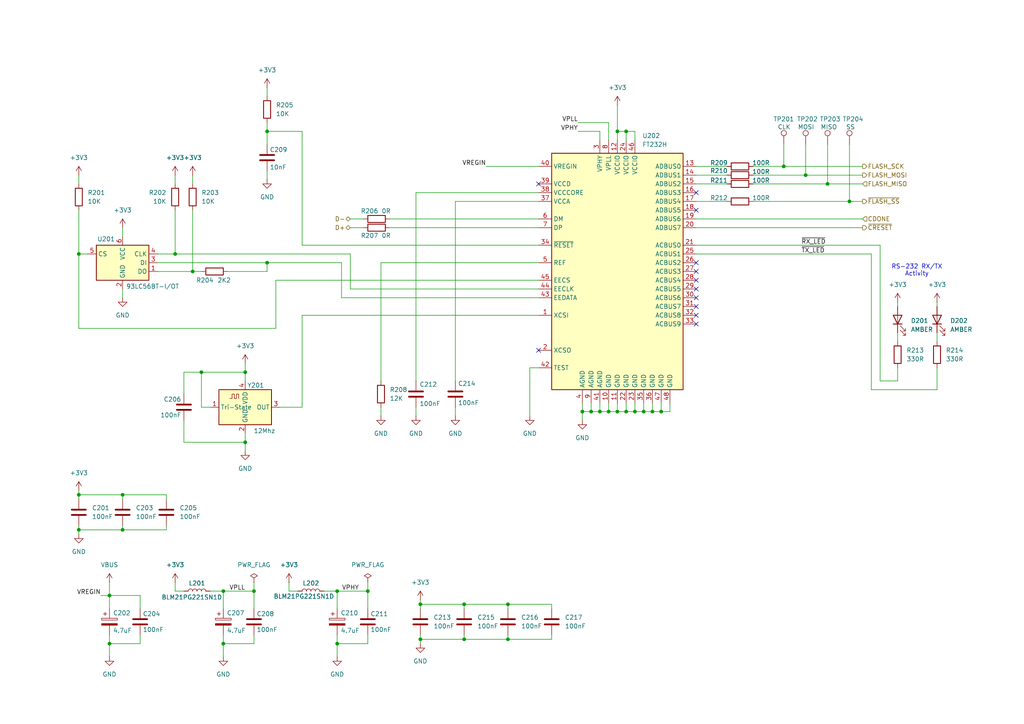
<source format=kicad_sch>
(kicad_sch (version 20250114) (generator "eeschema") (generator_version "9.0")
  (paper "A4")
  (title_block (title "Lattice ICE40HX8K Development board") (company "Stephen Moody"))
  (lib_symbols
    (symbol "Connector:TestPoint" (pin_numbers (hide yes)) (pin_names (offset 0.762) (hide yes))
      (property "Reference" "TP" (at 0 6.858 0))
      (property "Value" "TestPoint" (at 0 5.08 0))
      (symbol "TestPoint_0_1"
        (circle (center 0 3.302) (radius 0.762))
      )
      (symbol "TestPoint_1_1"
        (pin passive line (at 0 0 90) (length 2.54) (name "1") (number "1"))
      )
    )
    (symbol "Device:C" (pin_numbers (hide yes)) (pin_names (offset 0.254))
      (property "Reference" "C" (at 0.635 2.54 0))
      (property "Value" "C" (at 0.635 -2.54 0))
      (symbol "C_0_1"
        (polyline (pts (xy -2.032 0.762) (xy 2.032 0.762)) (stroke (width 0.508)))
        (polyline (pts (xy -2.032 -0.762) (xy 2.032 -0.762)) (stroke (width 0.508)))
      )
      (symbol "C_1_1"
        (pin passive line (at 0 3.81 270) (length 2.794) (name "~") (number "1"))
        (pin passive line (at 0 -3.81 90) (length 2.794) (name "~") (number "2"))
      )
    )
    (symbol "Device:C_Polarized" (pin_numbers (hide yes)) (pin_names (offset 0.254))
      (property "Reference" "C" (at 0.635 2.54 0))
      (property "Value" "C_Polarized" (at 0.635 -2.54 0))
      (symbol "C_Polarized_0_1"
        (rectangle (start -2.286 0.508) (end 2.286 1.016))
        (polyline (pts (xy -1.778 2.286) (xy -0.762 2.286)))
        (polyline (pts (xy -1.27 2.794) (xy -1.27 1.778)))
        (rectangle (start 2.286 -0.508) (end -2.286 -1.016) (fill (type outline)))
      )
      (symbol "C_Polarized_1_1"
        (pin passive line (at 0 3.81 270) (length 2.794) (name "~") (number "1"))
        (pin passive line (at 0 -3.81 90) (length 2.794) (name "~") (number "2"))
      )
    )
    (symbol "Device:L" (pin_numbers (hide yes)) (pin_names (offset 1.016) (hide yes))
      (property "Reference" "L" (at -1.27 0 90))
      (property "Value" "L" (at 1.905 0 90))
      (symbol "L_0_1"
        (arc (start 0 2.54) (mid 0.6323 1.905) (end 0 1.27))
        (arc (start 0 1.27) (mid 0.6323 0.635) (end 0 0))
        (arc (start 0 0) (mid 0.6323 -0.635) (end 0 -1.27))
        (arc (start 0 -1.27) (mid 0.6323 -1.905) (end 0 -2.54))
      )
      (symbol "L_1_1"
        (pin passive line (at 0 3.81 270) (length 1.27) (name "1") (number "1"))
        (pin passive line (at 0 -3.81 90) (length 1.27) (name "2") (number "2"))
      )
    )
    (symbol "Device:LED" (pin_numbers (hide yes)) (pin_names (offset 1.016) (hide yes))
      (property "Reference" "D" (at 0 2.54 0))
      (property "Value" "LED" (at 0 -2.54 0))
      (symbol "LED_0_1"
        (polyline (pts (xy -3.048 -0.762) (xy -4.572 -2.286) (xy -3.81 -2.286) (xy -4.572 -2.286) (xy -4.572 -1.524)))
        (polyline (pts (xy -1.778 -0.762) (xy -3.302 -2.286) (xy -2.54 -2.286) (xy -3.302 -2.286) (xy -3.302 -1.524)))
        (polyline (pts (xy -1.27 0) (xy 1.27 0)))
        (polyline (pts (xy -1.27 -1.27) (xy -1.27 1.27)) (stroke (width 0.254)))
        (polyline (pts (xy 1.27 -1.27) (xy 1.27 1.27) (xy -1.27 0) (xy 1.27 -1.27)) (stroke (width 0.254)))
      )
      (symbol "LED_1_1"
        (pin passive line (at -3.81 0 0) (length 2.54) (name "K") (number "1"))
        (pin passive line (at 3.81 0 180) (length 2.54) (name "A") (number "2"))
      )
    )
    (symbol "Device:R" (pin_numbers (hide yes)) (pin_names (offset 0))
      (property "Reference" "R" (at 2.032 0 90))
      (property "Value" "R" (at 0 0 90))
      (symbol "R_0_1"
        (rectangle (start -1.016 -2.54) (end 1.016 2.54) (stroke (width 0.254)))
      )
      (symbol "R_1_1"
        (pin passive line (at 0 3.81 270) (length 1.27) (name "~") (number "1"))
        (pin passive line (at 0 -3.81 90) (length 1.27) (name "~") (number "2"))
      )
    )
    (symbol "Interface_USB:FT232H"
      (property "Reference" "U" (at -19.05 35.56 0))
      (property "Value" "FT232H" (at 12.7 35.56 0))
      (symbol "FT232H_0_1"
        (rectangle (start -19.05 34.29) (end 19.05 -34.29) (stroke (width 0.254)) (fill (type background)))
      )
      (symbol "FT232H_1_1"
        (pin power_in line (at -22.86 30.48 0) (length 3.81) (name "VREGIN") (number "40"))
        (pin power_in line (at -22.86 25.4 0) (length 3.81) (name "VCCD") (number "39"))
        (pin power_out line (at -22.86 22.86 0) (length 3.81) (name "VCCCORE") (number "38"))
        (pin power_out line (at -22.86 20.32 0) (length 3.81) (name "VCCA") (number "37"))
        (pin bidirectional line (at -22.86 15.24 0) (length 3.81) (name "DM") (number "6"))
        (pin bidirectional line (at -22.86 12.7 0) (length 3.81) (name "DP") (number "7"))
        (pin input line (at -22.86 7.62 0) (length 3.81) (name "~{RESET}") (number "34"))
        (pin input line (at -22.86 2.54 0) (length 3.81) (name "REF") (number "5"))
        (pin input line (at -22.86 -2.54 0) (length 3.81) (name "EECS") (number "45"))
        (pin input line (at -22.86 -5.08 0) (length 3.81) (name "EECLK") (number "44"))
        (pin bidirectional line (at -22.86 -7.62 0) (length 3.81) (name "EEDATA") (number "43"))
        (pin input line (at -22.86 -12.7 0) (length 3.81) (name "XCSI") (number "1"))
        (pin output line (at -22.86 -22.86 0) (length 3.81) (name "XCSO") (number "2"))
        (pin input line (at -22.86 -27.94 0) (length 3.81) (name "TEST") (number "42"))
        (pin power_in line (at -10.16 -38.1 90) (length 3.81) (name "AGND") (number "4"))
        (pin power_in line (at -7.62 -38.1 90) (length 3.81) (name "AGND") (number "9"))
        (pin power_in line (at -5.08 38.1 270) (length 3.81) (name "VPHY") (number "3"))
        (pin power_in line (at -5.08 -38.1 90) (length 3.81) (name "AGND") (number "41"))
        (pin power_in line (at -2.54 38.1 270) (length 3.81) (name "VPLL") (number "8"))
        (pin power_in line (at -2.54 -38.1 90) (length 3.81) (name "GND") (number "10"))
        (pin power_in line (at 0 38.1 270) (length 3.81) (name "VCCIO") (number "12"))
        (pin power_in line (at 0 -38.1 90) (length 3.81) (name "GND") (number "11"))
        (pin power_in line (at 2.54 38.1 270) (length 3.81) (name "VCCIO") (number "24"))
        (pin power_in line (at 2.54 -38.1 90) (length 3.81) (name "GND") (number "22"))
        (pin power_in line (at 5.08 38.1 270) (length 3.81) (name "VCCIO") (number "46"))
        (pin power_in line (at 5.08 -38.1 90) (length 3.81) (name "GND") (number "23"))
        (pin power_in line (at 7.62 -38.1 90) (length 3.81) (name "GND") (number "35"))
        (pin power_in line (at 10.16 -38.1 90) (length 3.81) (name "GND") (number "36"))
        (pin power_in line (at 12.7 -38.1 90) (length 3.81) (name "GND") (number "47"))
        (pin power_in line (at 15.24 -38.1 90) (length 3.81) (name "GND") (number "48"))
        (pin bidirectional line (at 22.86 30.48 180) (length 3.81) (name "ADBUS0") (number "13"))
        (pin bidirectional line (at 22.86 27.94 180) (length 3.81) (name "ADBUS1") (number "14"))
        (pin bidirectional line (at 22.86 25.4 180) (length 3.81) (name "ADBUS2") (number "15"))
        (pin bidirectional line (at 22.86 22.86 180) (length 3.81) (name "ADBUS3") (number "16"))
        (pin bidirectional line (at 22.86 20.32 180) (length 3.81) (name "ADBUS4") (number "17"))
        (pin bidirectional line (at 22.86 17.78 180) (length 3.81) (name "ADBUS5") (number "18"))
        (pin bidirectional line (at 22.86 15.24 180) (length 3.81) (name "ADBUS6") (number "19"))
        (pin bidirectional line (at 22.86 12.7 180) (length 3.81) (name "ADBUS7") (number "20"))
        (pin bidirectional line (at 22.86 7.62 180) (length 3.81) (name "ACBUS0") (number "21"))
        (pin bidirectional line (at 22.86 5.08 180) (length 3.81) (name "ACBUS1") (number "25"))
        (pin bidirectional line (at 22.86 2.54 180) (length 3.81) (name "ACBUS2") (number "26"))
        (pin bidirectional line (at 22.86 0 180) (length 3.81) (name "ACBUS3") (number "27"))
        (pin bidirectional line (at 22.86 -2.54 180) (length 3.81) (name "ACBUS4") (number "28"))
        (pin bidirectional line (at 22.86 -5.08 180) (length 3.81) (name "ACBUS5") (number "29"))
        (pin bidirectional line (at 22.86 -7.62 180) (length 3.81) (name "ACBUS6") (number "30"))
        (pin bidirectional line (at 22.86 -10.16 180) (length 3.81) (name "ACBUS7") (number "31"))
        (pin bidirectional line (at 22.86 -12.7 180) (length 3.81) (name "ACBUS8") (number "32"))
        (pin bidirectional line (at 22.86 -15.24 180) (length 3.81) (name "ACBUS9") (number "33"))
      )
    )
    (symbol "Memory_EEPROM:93LCxxBxxOT"
      (property "Reference" "U" (at -6.35 6.35 0))
      (property "Value" "93LCxxBxxOT" (at 7.62 -6.35 0))
      (symbol "93LCxxBxxOT_0_1"
        (rectangle (start -7.62 5.08) (end 7.62 -5.08) (stroke (width 0.254)) (fill (type background)))
      )
      (symbol "93LCxxBxxOT_1_1"
        (pin input line (at -10.16 2.54 0) (length 2.54) (name "CS") (number "5"))
        (pin power_in line (at 0 7.62 270) (length 2.54) (name "VCC") (number "6"))
        (pin power_in line (at 0 -7.62 90) (length 2.54) (name "GND") (number "2"))
        (pin input line (at 10.16 2.54 180) (length 2.54) (name "CLK") (number "4"))
        (pin input line (at 10.16 0 180) (length 2.54) (name "DI") (number "3"))
        (pin tri_state line (at 10.16 -2.54 180) (length 2.54) (name "DO") (number "1"))
      )
    )
    (symbol "Oscillator:ECS-2520MV-xxx-xx"
      (property "Reference" "Y" (at -5.08 6.35 0))
      (property "Value" "ECS-2520MV-xxx-xx" (at 1.27 -6.35 0))
      (symbol "ECS-2520MV-xxx-xx_0_1"
        (rectangle (start -7.62 5.08) (end 7.62 -5.08) (stroke (width 0.254)) (fill (type background)))
        (polyline (pts (xy -4.445 2.54) (xy -3.81 2.54) (xy -3.81 3.81) (xy -3.175 3.81) (xy -3.175 2.54) (xy -2.54 2.54) (xy -2.54 3.81) (xy -1.905 3.81) (xy -1.905 2.54)))
      )
      (symbol "ECS-2520MV-xxx-xx_1_1"
        (pin input line (at -10.16 0 0) (length 2.54) (name "Tri-State") (number "1"))
        (pin power_in line (at 0 7.62 270) (length 2.54) (name "VDD") (number "4"))
        (pin power_in line (at 0 -7.62 90) (length 2.54) (name "GND") (number "2"))
        (pin output line (at 10.16 0 180) (length 2.54) (name "OUT") (number "3"))
      )
    )
    (symbol "power:+3V3" (power) (pin_numbers (hide yes)) (pin_names (offset 0) (hide yes))
      (property "Value" "+3V3" (at 0 3.556 0))
      (symbol "+3V3_0_1"
        (polyline (pts (xy -0.762 1.27) (xy 0 2.54)))
        (polyline (pts (xy 0 2.54) (xy 0.762 1.27)))
        (polyline (pts (xy 0 0) (xy 0 2.54)))
      )
      (symbol "+3V3_1_1"
        (pin power_in line (at 0 0 90) (length 0) (name "~") (number "1"))
      )
    )
    (symbol "power:GND" (power) (pin_numbers (hide yes)) (pin_names (offset 0) (hide yes))
      (property "Value" "GND" (at 0 -3.81 0))
      (symbol "GND_0_1"
        (polyline (pts (xy 0 0) (xy 0 -1.27) (xy 1.27 -1.27) (xy 0 -2.54) (xy -1.27 -1.27) (xy 0 -1.27)))
      )
      (symbol "GND_1_1"
        (pin power_in line (at 0 0 270) (length 0) (name "~") (number "1"))
      )
    )
    (symbol "power:PWR_FLAG" (power) (pin_numbers (hide yes)) (pin_names (offset 0) (hide yes))
      (property "Value" "PWR_FLAG" (at 0 3.81 0))
      (symbol "PWR_FLAG_0_0"
        (pin power_out line (at 0 0 90) (length 0) (name "~") (number "1"))
      )
      (symbol "PWR_FLAG_0_1"
        (polyline (pts (xy 0 0) (xy 0 1.27) (xy -1.016 1.905) (xy 0 2.54) (xy 1.016 1.905) (xy 0 1.27)))
      )
    )
    (symbol "power:VBUS" (power) (pin_numbers (hide yes)) (pin_names (offset 0) (hide yes))
      (property "Value" "VBUS" (at 0 3.556 0))
      (symbol "VBUS_0_1"
        (polyline (pts (xy -0.762 1.27) (xy 0 2.54)))
        (polyline (pts (xy 0 2.54) (xy 0.762 1.27)))
        (polyline (pts (xy 0 0) (xy 0 2.54)))
      )
      (symbol "VBUS_1_1"
        (pin power_in line (at 0 0 90) (length 0) (name "~") (number "1"))
      )
    )
  )
  (text "RS-232 RX/TX\nActivity\n" (at 265.938 78.486 0) (effects (font (size 1.27 1.27))))
  (junction (at 240.03 53.34))
  (junction (at 58.42 107.95))
  (junction (at 71.12 128.27))
  (junction (at 55.88 78.74))
  (junction (at 184.15 119.38))
  (junction (at 246.38 58.42))
  (junction (at 22.86 143.51))
  (junction (at 97.79 186.69))
  (junction (at 181.61 38.1))
  (junction (at 147.32 185.42))
  (junction (at 134.62 175.26))
  (junction (at 147.32 175.26))
  (junction (at 106.68 171.45))
  (junction (at 121.92 175.26))
  (junction (at 171.45 119.38))
  (junction (at 134.62 185.42))
  (junction (at 77.47 76.2))
  (junction (at 22.86 153.67))
  (junction (at 97.79 171.45))
  (junction (at 77.47 38.1))
  (junction (at 176.53 119.38))
  (junction (at 35.56 143.51))
  (junction (at 31.75 172.72))
  (junction (at 168.91 119.38))
  (junction (at 64.77 171.45))
  (junction (at 50.8 73.66))
  (junction (at 173.99 119.38))
  (junction (at 233.68 50.8))
  (junction (at 189.23 119.38))
  (junction (at 191.77 119.38))
  (junction (at 186.69 119.38))
  (junction (at 31.75 186.69))
  (junction (at 181.61 119.38))
  (junction (at 121.92 185.42))
  (junction (at 71.12 107.95))
  (junction (at 35.56 153.67))
  (junction (at 22.86 73.66))
  (junction (at 227.33 48.26))
  (junction (at 179.07 38.1))
  (junction (at 179.07 119.38))
  (junction (at 64.77 186.69))
  (junction (at 73.66 171.45))
  (no_connect (at 201.93 86.36))
  (no_connect (at 201.93 81.28))
  (no_connect (at 201.93 78.74))
  (no_connect (at 201.93 76.2))
  (no_connect (at 156.21 53.34))
  (no_connect (at 201.93 88.9))
  (no_connect (at 201.93 93.98))
  (no_connect (at 201.93 60.96))
  (no_connect (at 201.93 83.82))
  (no_connect (at 201.93 91.44))
  (no_connect (at 201.93 55.88))
  (no_connect (at 156.21 101.6))
  (wire (pts (xy 179.07 119.38) (xy 181.61 119.38)))
  (wire (pts (xy 45.72 73.66) (xy 50.8 73.66)))
  (wire (pts (xy 50.8 73.66) (xy 101.6 73.66)))
  (wire (pts (xy 83.82 168.91) (xy 83.82 171.45)))
  (wire (pts (xy 35.56 153.67) (xy 48.26 153.67)))
  (wire (pts (xy 260.35 96.52) (xy 260.35 99.06)))
  (wire (pts (xy 156.21 106.68) (xy 153.67 106.68)))
  (wire (pts (xy 53.34 128.27) (xy 71.12 128.27)))
  (wire (pts (xy 134.62 175.26) (xy 121.92 175.26)))
  (wire (pts (xy 191.77 119.38) (xy 191.77 116.84)))
  (wire (pts (xy 53.34 121.92) (xy 53.34 128.27)))
  (wire (pts (xy 97.79 171.45) (xy 97.79 176.53)))
  (wire (pts (xy 156.21 58.42) (xy 132.08 58.42)))
  (wire (pts (xy 80.01 81.28) (xy 80.01 95.25)))
  (wire (pts (xy 189.23 119.38) (xy 191.77 119.38)))
  (wire (pts (xy 186.69 119.38) (xy 189.23 119.38)))
  (wire (pts (xy 181.61 38.1) (xy 181.61 40.64)))
  (wire (pts (xy 201.93 50.8) (xy 210.82 50.8)))
  (wire (pts (xy 77.47 38.1) (xy 77.47 41.91)))
  (wire (pts (xy 255.27 71.12) (xy 255.27 110.49)))
  (wire (pts (xy 101.6 63.5) (xy 105.41 63.5)))
  (wire (pts (xy 22.86 153.67) (xy 35.56 153.67)))
  (wire (pts (xy 40.64 186.69) (xy 31.75 186.69)))
  (wire (pts (xy 64.77 171.45) (xy 73.66 171.45)))
  (wire (pts (xy 81.28 118.11) (xy 87.63 118.11)))
  (wire (pts (xy 29.21 172.72) (xy 31.75 172.72)))
  (wire (pts (xy 160.02 184.15) (xy 160.02 185.42)))
  (wire (pts (xy 80.01 81.28) (xy 156.21 81.28)))
  (wire (pts (xy 201.93 48.26) (xy 210.82 48.26)))
  (wire (pts (xy 77.47 35.56) (xy 77.47 38.1)))
  (wire (pts (xy 58.42 118.11) (xy 58.42 107.95)))
  (wire (pts (xy 77.47 76.2) (xy 77.47 78.74)))
  (wire (pts (xy 134.62 185.42) (xy 147.32 185.42)))
  (wire (pts (xy 218.44 53.34) (xy 240.03 53.34)))
  (wire (pts (xy 184.15 38.1) (xy 184.15 40.64)))
  (wire (pts (xy 121.92 185.42) (xy 121.92 186.69)))
  (wire (pts (xy 80.01 95.25) (xy 22.86 95.25)))
  (wire (pts (xy 181.61 38.1) (xy 179.07 38.1)))
  (wire (pts (xy 147.32 185.42) (xy 160.02 185.42)))
  (wire (pts (xy 147.32 184.15) (xy 147.32 185.42)))
  (wire (pts (xy 179.07 38.1) (xy 179.07 40.64)))
  (wire (pts (xy 201.93 63.5) (xy 250.19 63.5)))
  (wire (pts (xy 48.26 152.4) (xy 48.26 153.67)))
  (wire (pts (xy 167.64 35.56) (xy 176.53 35.56)))
  (wire (pts (xy 71.12 107.95) (xy 71.12 110.49)))
  (wire (pts (xy 40.64 176.53) (xy 40.64 172.72)))
  (wire (pts (xy 87.63 91.44) (xy 156.21 91.44)))
  (wire (pts (xy 255.27 110.49) (xy 260.35 110.49)))
  (wire (pts (xy 64.77 184.15) (xy 64.77 186.69)))
  (wire (pts (xy 218.44 50.8) (xy 233.68 50.8)))
  (wire (pts (xy 167.64 38.1) (xy 173.99 38.1)))
  (wire (pts (xy 22.86 142.24) (xy 22.86 143.51)))
  (wire (pts (xy 45.72 78.74) (xy 55.88 78.74)))
  (wire (pts (xy 227.33 41.91) (xy 227.33 48.26)))
  (wire (pts (xy 176.53 119.38) (xy 179.07 119.38)))
  (wire (pts (xy 252.73 73.66) (xy 252.73 113.03)))
  (wire (pts (xy 60.96 118.11) (xy 58.42 118.11)))
  (wire (pts (xy 184.15 116.84) (xy 184.15 119.38)))
  (wire (pts (xy 176.53 35.56) (xy 176.53 40.64)))
  (wire (pts (xy 35.56 143.51) (xy 22.86 143.51)))
  (wire (pts (xy 156.21 55.88) (xy 120.65 55.88)))
  (wire (pts (xy 179.07 119.38) (xy 179.07 116.84)))
  (wire (pts (xy 53.34 114.3) (xy 53.34 107.95)))
  (wire (pts (xy 77.47 76.2) (xy 99.06 76.2)))
  (wire (pts (xy 40.64 184.15) (xy 40.64 186.69)))
  (wire (pts (xy 271.78 106.68) (xy 271.78 113.03)))
  (wire (pts (xy 121.92 173.99) (xy 121.92 175.26)))
  (wire (pts (xy 201.93 71.12) (xy 255.27 71.12)))
  (wire (pts (xy 50.8 50.8) (xy 50.8 53.34)))
  (wire (pts (xy 113.03 66.04) (xy 156.21 66.04)))
  (wire (pts (xy 120.65 118.11) (xy 120.65 120.65)))
  (wire (pts (xy 22.86 73.66) (xy 22.86 60.96)))
  (wire (pts (xy 35.56 152.4) (xy 35.56 153.67)))
  (wire (pts (xy 55.88 78.74) (xy 58.42 78.74)))
  (wire (pts (xy 73.66 171.45) (xy 73.66 176.53)))
  (wire (pts (xy 22.86 152.4) (xy 22.86 153.67)))
  (wire (pts (xy 77.47 49.53) (xy 77.47 52.07)))
  (wire (pts (xy 31.75 184.15) (xy 31.75 186.69)))
  (wire (pts (xy 181.61 116.84) (xy 181.61 119.38)))
  (wire (pts (xy 55.88 50.8) (xy 55.88 53.34)))
  (wire (pts (xy 113.03 63.5) (xy 156.21 63.5)))
  (wire (pts (xy 134.62 175.26) (xy 134.62 176.53)))
  (wire (pts (xy 186.69 116.84) (xy 186.69 119.38)))
  (wire (pts (xy 50.8 168.91) (xy 50.8 171.45)))
  (wire (pts (xy 121.92 184.15) (xy 121.92 185.42)))
  (wire (pts (xy 93.98 171.45) (xy 97.79 171.45)))
  (wire (pts (xy 31.75 172.72) (xy 40.64 172.72)))
  (wire (pts (xy 271.78 87.63) (xy 271.78 88.9)))
  (wire (pts (xy 246.38 41.91) (xy 246.38 58.42)))
  (wire (pts (xy 64.77 186.69) (xy 64.77 190.5)))
  (wire (pts (xy 22.86 95.25) (xy 22.86 73.66)))
  (wire (pts (xy 184.15 38.1) (xy 181.61 38.1)))
  (wire (pts (xy 110.49 76.2) (xy 110.49 110.49)))
  (wire (pts (xy 73.66 184.15) (xy 73.66 186.69)))
  (wire (pts (xy 233.68 50.8) (xy 250.19 50.8)))
  (wire (pts (xy 168.91 119.38) (xy 168.91 121.92)))
  (wire (pts (xy 45.72 76.2) (xy 77.47 76.2)))
  (wire (pts (xy 101.6 83.82) (xy 101.6 73.66)))
  (wire (pts (xy 147.32 176.53) (xy 147.32 175.26)))
  (wire (pts (xy 99.06 86.36) (xy 156.21 86.36)))
  (wire (pts (xy 201.93 53.34) (xy 210.82 53.34)))
  (wire (pts (xy 184.15 119.38) (xy 186.69 119.38)))
  (wire (pts (xy 99.06 86.36) (xy 99.06 76.2)))
  (wire (pts (xy 194.31 116.84) (xy 194.31 119.38)))
  (wire (pts (xy 201.93 58.42) (xy 210.82 58.42)))
  (wire (pts (xy 171.45 119.38) (xy 173.99 119.38)))
  (wire (pts (xy 121.92 176.53) (xy 121.92 175.26)))
  (wire (pts (xy 168.91 119.38) (xy 171.45 119.38)))
  (wire (pts (xy 181.61 119.38) (xy 184.15 119.38)))
  (wire (pts (xy 132.08 58.42) (xy 132.08 110.49)))
  (wire (pts (xy 218.44 48.26) (xy 227.33 48.26)))
  (wire (pts (xy 101.6 83.82) (xy 156.21 83.82)))
  (wire (pts (xy 160.02 176.53) (xy 160.02 175.26)))
  (wire (pts (xy 77.47 78.74) (xy 66.04 78.74)))
  (wire (pts (xy 22.86 153.67) (xy 22.86 154.94)))
  (wire (pts (xy 252.73 113.03) (xy 271.78 113.03)))
  (wire (pts (xy 71.12 125.73) (xy 71.12 128.27)))
  (wire (pts (xy 64.77 171.45) (xy 64.77 176.53)))
  (wire (pts (xy 173.99 119.38) (xy 173.99 116.84)))
  (wire (pts (xy 87.63 38.1) (xy 77.47 38.1)))
  (wire (pts (xy 121.92 185.42) (xy 134.62 185.42)))
  (wire (pts (xy 110.49 118.11) (xy 110.49 120.65)))
  (wire (pts (xy 48.26 144.78) (xy 48.26 143.51)))
  (wire (pts (xy 53.34 107.95) (xy 58.42 107.95)))
  (wire (pts (xy 97.79 171.45) (xy 106.68 171.45)))
  (wire (pts (xy 77.47 25.4) (xy 77.47 27.94)))
  (wire (pts (xy 101.6 66.04) (xy 105.41 66.04)))
  (wire (pts (xy 48.26 143.51) (xy 35.56 143.51)))
  (wire (pts (xy 260.35 106.68) (xy 260.35 110.49)))
  (wire (pts (xy 179.07 30.48) (xy 179.07 38.1)))
  (wire (pts (xy 201.93 66.04) (xy 250.19 66.04)))
  (wire (pts (xy 171.45 116.84) (xy 171.45 119.38)))
  (wire (pts (xy 168.91 119.38) (xy 168.91 116.84)))
  (wire (pts (xy 58.42 107.95) (xy 71.12 107.95)))
  (wire (pts (xy 83.82 171.45) (xy 86.36 171.45)))
  (wire (pts (xy 31.75 172.72) (xy 31.75 176.53)))
  (wire (pts (xy 97.79 186.69) (xy 97.79 190.5)))
  (wire (pts (xy 31.75 172.72) (xy 31.75 168.91)))
  (wire (pts (xy 240.03 41.91) (xy 240.03 53.34)))
  (wire (pts (xy 60.96 171.45) (xy 64.77 171.45)))
  (wire (pts (xy 271.78 96.52) (xy 271.78 99.06)))
  (wire (pts (xy 173.99 119.38) (xy 176.53 119.38)))
  (wire (pts (xy 35.56 143.51) (xy 35.56 144.78)))
  (wire (pts (xy 22.86 144.78) (xy 22.86 143.51)))
  (wire (pts (xy 153.67 106.68) (xy 153.67 120.65)))
  (wire (pts (xy 22.86 50.8) (xy 22.86 53.34)))
  (wire (pts (xy 87.63 91.44) (xy 87.63 118.11)))
  (wire (pts (xy 55.88 78.74) (xy 55.88 60.96)))
  (wire (pts (xy 35.56 83.82) (xy 35.56 86.36)))
  (wire (pts (xy 147.32 175.26) (xy 134.62 175.26)))
  (wire (pts (xy 87.63 38.1) (xy 87.63 71.12)))
  (wire (pts (xy 218.44 58.42) (xy 246.38 58.42)))
  (wire (pts (xy 110.49 76.2) (xy 156.21 76.2)))
  (wire (pts (xy 73.66 168.91) (xy 73.66 171.45)))
  (wire (pts (xy 106.68 171.45) (xy 106.68 176.53)))
  (wire (pts (xy 50.8 73.66) (xy 50.8 60.96)))
  (wire (pts (xy 106.68 184.15) (xy 106.68 186.69)))
  (wire (pts (xy 140.97 48.26) (xy 156.21 48.26)))
  (wire (pts (xy 189.23 116.84) (xy 189.23 119.38)))
  (wire (pts (xy 134.62 184.15) (xy 134.62 185.42)))
  (wire (pts (xy 73.66 186.69) (xy 64.77 186.69)))
  (wire (pts (xy 35.56 66.04) (xy 35.56 68.58)))
  (wire (pts (xy 120.65 55.88) (xy 120.65 110.49)))
  (wire (pts (xy 71.12 105.41) (xy 71.12 107.95)))
  (wire (pts (xy 233.68 41.91) (xy 233.68 50.8)))
  (wire (pts (xy 97.79 184.15) (xy 97.79 186.69)))
  (wire (pts (xy 176.53 119.38) (xy 176.53 116.84)))
  (wire (pts (xy 260.35 87.63) (xy 260.35 88.9)))
  (wire (pts (xy 201.93 73.66) (xy 252.73 73.66)))
  (wire (pts (xy 173.99 38.1) (xy 173.99 40.64)))
  (wire (pts (xy 106.68 168.91) (xy 106.68 171.45)))
  (wire (pts (xy 106.68 186.69) (xy 97.79 186.69)))
  (wire (pts (xy 50.8 171.45) (xy 53.34 171.45)))
  (wire (pts (xy 87.63 71.12) (xy 156.21 71.12)))
  (wire (pts (xy 160.02 175.26) (xy 147.32 175.26)))
  (wire (pts (xy 227.33 48.26) (xy 250.19 48.26)))
  (wire (pts (xy 31.75 186.69) (xy 31.75 190.5)))
  (wire (pts (xy 246.38 58.42) (xy 250.19 58.42)))
  (wire (pts (xy 240.03 53.34) (xy 250.19 53.34)))
  (wire (pts (xy 25.4 73.66) (xy 22.86 73.66)))
  (wire (pts (xy 132.08 118.11) (xy 132.08 120.65)))
  (wire (pts (xy 71.12 128.27) (xy 71.12 130.81)))
  (wire (pts (xy 194.31 119.38) (xy 191.77 119.38)))
  (label "VPHY" (at 104.14 171.45 180))
  (label "VPHY" (at 167.64 38.1 180))
  (label "~{TX_LED}" (at 232.41 73.66 0))
  (label "VPLL" (at 167.64 35.56 180))
  (label "~{RX_LED}" (at 232.41 71.12 0))
  (label "VPLL" (at 71.12 171.45 180))
  (label "VREGIN" (at 140.97 48.26 180))
  (label "VREGIN" (at 29.21 172.72 180))
  (hierarchical_label "FLASH_MISO" (shape input) (at 250.19 53.34 0))
  (hierarchical_label "FLASH_SCK" (shape output) (at 250.19 48.26 0))
  (hierarchical_label "FLASH_MOSI" (shape output) (at 250.19 50.8 0))
  (hierarchical_label "~{FLASH_SS}" (shape output) (at 250.19 58.42 0))
  (hierarchical_label "CDONE" (shape input) (at 250.19 63.5 0))
  (hierarchical_label "D-" (shape bidirectional) (at 101.6 63.5 180))
  (hierarchical_label "~{CRESET}" (shape output) (at 250.19 66.04 0))
  (hierarchical_label "D+" (shape bidirectional) (at 101.6 66.04 180))
  (symbol (lib_id "Device:C") (at 132.08 114.3 0) (unit 1)
    (property "Reference" "C214" (at 132.842 111.252 0) (effects (justify left)))
    (property "Value" "100nF" (at 132.842 116.84 0) (effects (justify left)))
    (property "Footprint" "Capacitor_SMD:C_0805_2012Metric" (effects (hide yes)))
    (property "Description" "Unpolarized capacitor" (effects (hide yes)))
  )
  (symbol (lib_id "power:GND") (at 35.56 86.36 0) (unit 1)
    (property "Reference" "#PWR0207" (effects (hide yes)))
    (property "Value" "GND" (at 35.56 91.44 0))
    (property "Description" "Power symbol creates a global label with name \"GND\" , ground" (effects (hide yes)))
  )
  (symbol (lib_id "power:GND") (at 168.91 121.92 0) (unit 1)
    (property "Reference" "#PWR0224" (effects (hide yes)))
    (property "Value" "GND" (at 168.91 127 0))
    (property "Description" "Power symbol creates a global label with name \"GND\" , ground" (effects (hide yes)))
  )
  (symbol (lib_id "Device:R") (at 55.88 57.15 0) (unit 1)
    (property "Reference" "R203" (at 58.42 55.8799 0) (effects (justify left)))
    (property "Value" "10K" (at 58.42 58.4199 0) (effects (justify left)))
    (property "Footprint" "Resistor_SMD:R_0805_2012Metric" (effects (hide yes)))
    (property "Description" "Resistor" (effects (hide yes)))
  )
  (symbol (lib_id "Device:C") (at 35.56 148.59 0) (unit 1)
    (property "Reference" "C203" (at 39.37 147.3199 0) (effects (justify left)))
    (property "Value" "100nF" (at 39.37 149.8599 0) (effects (justify left)))
    (property "Footprint" "Capacitor_SMD:C_0805_2012Metric" (effects (hide yes)))
    (property "Description" "Unpolarized capacitor" (effects (hide yes)))
  )
  (symbol (lib_id "power:GND") (at 77.47 52.07 0) (unit 1)
    (property "Reference" "#PWR0215" (effects (hide yes)))
    (property "Value" "GND" (at 77.47 57.15 0))
    (property "Description" "Power symbol creates a global label with name \"GND\" , ground" (effects (hide yes)))
  )
  (symbol (lib_id "power:GND") (at 132.08 120.65 0) (unit 1)
    (property "Reference" "#PWR0222" (effects (hide yes)))
    (property "Value" "GND" (at 132.08 125.73 0))
    (property "Description" "Power symbol creates a global label with name \"GND\" , ground" (effects (hide yes)))
  )
  (symbol (lib_id "Connector:TestPoint") (at 240.03 41.91 0) (unit 1)
    (property "Reference" "TP203" (at 237.744 34.544 0) (effects (justify left)))
    (property "Value" "MISO" (at 237.998 36.83 0) (effects (justify left)))
    (property "Footprint" "TestPoint:TestPoint_Pad_D1.0mm" (effects (hide yes)))
    (property "Description" "test point" (effects (hide yes)))
  )
  (symbol (lib_id "Device:C") (at 53.34 118.11 0) (mirror y) (unit 1)
    (property "Reference" "C206" (at 52.578 115.824 0) (effects (justify left)))
    (property "Value" "100nF" (at 52.578 120.396 0) (effects (justify left)))
    (property "Footprint" "Capacitor_SMD:C_0805_2012Metric" (effects (hide yes)))
    (property "Description" "Unpolarized capacitor" (effects (hide yes)))
  )
  (symbol (lib_id "Device:C") (at 160.02 180.34 0) (unit 1)
    (property "Reference" "C217" (at 163.83 179.0699 0) (effects (justify left)))
    (property "Value" "100nF" (at 163.83 181.6099 0) (effects (justify left)))
    (property "Footprint" "Capacitor_SMD:C_0805_2012Metric" (effects (hide yes)))
    (property "Description" "Unpolarized capacitor" (effects (hide yes)))
  )
  (symbol (lib_id "Device:C") (at 77.47 45.72 0) (unit 1)
    (property "Reference" "C209" (at 78.232 43.434 0) (effects (justify left)))
    (property "Value" "10nF" (at 78.232 48.514 0) (effects (justify left)))
    (property "Footprint" "Capacitor_SMD:C_0805_2012Metric" (effects (hide yes)))
    (property "Description" "Unpolarized capacitor" (effects (hide yes)))
  )
  (symbol (lib_id "power:VBUS") (at 31.75 168.91 0) (unit 1)
    (property "Reference" "#PWR0204" (effects (hide yes)))
    (property "Value" "VBUS" (at 31.75 163.83 0))
    (property "Description" "Power symbol creates a global label with name \"VBUS\"" (effects (hide yes)))
  )
  (symbol (lib_id "Device:R") (at 22.86 57.15 0) (unit 1)
    (property "Reference" "R201" (at 25.4 55.8799 0) (effects (justify left)))
    (property "Value" "10K" (at 25.4 58.4199 0) (effects (justify left)))
    (property "Footprint" "Resistor_SMD:R_0805_2012Metric" (effects (hide yes)))
    (property "Description" "Resistor" (effects (hide yes)))
  )
  (symbol (lib_id "Interface_USB:FT232H") (at 179.07 78.74 0) (unit 1)
    (property "Reference" "U202" (at 186.2933 39.37 0) (effects (justify left)))
    (property "Value" "FT232H" (at 186.2933 41.91 0) (effects (justify left)))
    (property "Footprint" "Package_QFP:LQFP-48_7x7mm_P0.5mm" (effects (hide yes)))
    (property "Datasheet" "https://www.ftdichip.com/Support/Documents/DataSheets/ICs/DS_FT232H.pdf" (effects (hide yes)))
    (property "Description" "Hi Speed Single Channel USB UART/FIFO, LQFP/QFN-48" (effects (hide yes)))
  )
  (symbol (lib_id "Device:C") (at 106.68 180.34 0) (unit 1)
    (property "Reference" "C211" (at 107.442 178.054 0) (effects (justify left)))
    (property "Value" "100nF" (at 107.442 182.626 0) (effects (justify left)))
    (property "Footprint" "Capacitor_SMD:C_0805_2012Metric" (effects (hide yes)))
    (property "Description" "Unpolarized capacitor" (effects (hide yes)))
  )
  (symbol (lib_id "Oscillator:ECS-2520MV-xxx-xx") (at 71.12 118.11 0) (unit 1)
    (property "Reference" "Y201" (at 74.168 111.76 0))
    (property "Value" "12Mhz" (at 76.708 124.968 0))
    (property "Footprint" "Oscillator:Oscillator_SMD_ECS_2520MV-xxx-xx-4Pin_2.5x2.0mm" (effects (hide yes)))
    (property "Datasheet" "https://www.ecsxtal.com/store/pdf/ECS-2520MV.pdf" (effects (hide yes)))
    (property "Description" "HCMOS Crystal Clock Oscillator, 2.5x2.0 mm SMD" (effects (hide yes)))
    (property "PN" "ECS-2520MV-120-BL-TR " (effects (hide yes)))
  )
  (symbol (lib_id "Device:C") (at 121.92 180.34 0) (unit 1)
    (property "Reference" "C213" (at 125.73 179.0699 0) (effects (justify left)))
    (property "Value" "100nF" (at 125.73 181.6099 0) (effects (justify left)))
    (property "Footprint" "Capacitor_SMD:C_0805_2012Metric" (effects (hide yes)))
    (property "Description" "Unpolarized capacitor" (effects (hide yes)))
  )
  (symbol (lib_id "power:PWR_FLAG") (at 73.66 168.91 0) (unit 1)
    (property "Reference" "#FLG0201" (effects (hide yes)))
    (property "Value" "PWR_FLAG" (at 73.66 163.83 0))
    (property "Description" "Special symbol for telling ERC where power comes from" (effects (hide yes)))
  )
  (symbol (lib_id "Device:L") (at 90.17 171.45 90) (unit 1)
    (property "Reference" "L202" (at 90.17 169.164 90))
    (property "Value" "BLM21PG221SN1D" (at 88.138 172.974 90))
    (property "Footprint" "Inductor_SMD:L_1206_3216Metric" (effects (hide yes)))
    (property "Description" "Inductor" (effects (hide yes)))
  )
  (symbol (lib_id "power:+3V3") (at 22.86 142.24 0) (unit 1)
    (property "Reference" "#PWR0202" (effects (hide yes)))
    (property "Value" "+3V3" (at 22.86 137.16 0))
    (property "Description" "Power symbol creates a global label with name \"+3V3\"" (effects (hide yes)))
  )
  (symbol (lib_id "Connector:TestPoint") (at 227.33 41.91 0) (unit 1)
    (property "Reference" "TP201" (at 224.282 34.544 0) (effects (justify left)))
    (property "Value" "CLK" (at 225.552 36.83 0) (effects (justify left)))
    (property "Footprint" "TestPoint:TestPoint_Pad_D1.0mm" (effects (hide yes)))
    (property "Description" "test point" (effects (hide yes)))
  )
  (symbol (lib_id "Device:C") (at 73.66 180.34 0) (unit 1)
    (property "Reference" "C208" (at 74.422 178.054 0) (effects (justify left)))
    (property "Value" "100nF" (at 74.422 182.626 0) (effects (justify left)))
    (property "Footprint" "Capacitor_SMD:C_0805_2012Metric" (effects (hide yes)))
    (property "Description" "Unpolarized capacitor" (effects (hide yes)))
  )
  (symbol (lib_id "power:+3V3") (at 179.07 30.48 0) (unit 1)
    (property "Reference" "#PWR0225" (effects (hide yes)))
    (property "Value" "+3V3" (at 179.07 25.4 0))
    (property "Description" "Power symbol creates a global label with name \"+3V3\"" (effects (hide yes)))
  )
  (symbol (lib_id "Device:R") (at 260.35 102.87 0) (unit 1)
    (property "Reference" "R213" (at 262.89 101.5999 0) (effects (justify left)))
    (property "Value" "330R" (at 262.89 104.1399 0) (effects (justify left)))
    (property "Footprint" "Resistor_SMD:R_0805_2012Metric" (effects (hide yes)))
    (property "Description" "Resistor" (effects (hide yes)))
  )
  (symbol (lib_id "Device:C") (at 48.26 148.59 0) (unit 1)
    (property "Reference" "C205" (at 52.07 147.3199 0) (effects (justify left)))
    (property "Value" "100nF" (at 52.07 149.8599 0) (effects (justify left)))
    (property "Footprint" "Capacitor_SMD:C_0805_2012Metric" (effects (hide yes)))
    (property "Description" "Unpolarized capacitor" (effects (hide yes)))
  )
  (symbol (lib_id "power:+3V3") (at 71.12 105.41 0) (unit 1)
    (property "Reference" "#PWR0212" (effects (hide yes)))
    (property "Value" "+3V3" (at 71.12 100.33 0))
    (property "Description" "Power symbol creates a global label with name \"+3V3\"" (effects (hide yes)))
  )
  (symbol (lib_id "Connector:TestPoint") (at 246.38 41.91 0) (unit 1)
    (property "Reference" "TP204" (at 244.348 34.544 0) (effects (justify left)))
    (property "Value" "SS" (at 245.364 36.83 0) (effects (justify left)))
    (property "Footprint" "TestPoint:TestPoint_Pad_D1.0mm" (effects (hide yes)))
    (property "Description" "test point" (effects (hide yes)))
  )
  (symbol (lib_id "Device:R") (at 214.63 58.42 90) (unit 1)
    (property "Reference" "R212" (at 208.534 57.404 90))
    (property "Value" "100R" (at 220.726 57.404 90))
    (property "Footprint" "Resistor_SMD:R_0805_2012Metric" (effects (hide yes)))
    (property "Description" "Resistor" (effects (hide yes)))
  )
  (symbol (lib_id "Device:C_Polarized") (at 64.77 180.34 0) (unit 1)
    (property "Reference" "C207" (at 65.786 177.8 0) (effects (justify left)))
    (property "Value" "4.7uF" (at 65.786 182.88 0) (effects (justify left)))
    (property "Footprint" "Capacitor_SMD:CP_Elec_4x5.3" (effects (hide yes)))
    (property "Description" "Polarized capacitor" (effects (hide yes)))
  )
  (symbol (lib_id "power:GND") (at 71.12 130.81 0) (unit 1)
    (property "Reference" "#PWR0213" (effects (hide yes)))
    (property "Value" "GND" (at 71.12 135.89 0))
    (property "Description" "Power symbol creates a global label with name \"GND\" , ground" (effects (hide yes)))
  )
  (symbol (lib_id "Device:R") (at 109.22 66.04 90) (mirror x) (unit 1)
    (property "Reference" "R207" (at 107.188 68.326 90))
    (property "Value" "0R" (at 112.014 68.326 90))
    (property "Footprint" "Resistor_SMD:R_0805_2012Metric" (effects (hide yes)))
    (property "Description" "Resistor" (effects (hide yes)))
  )
  (symbol (lib_id "power:+3V3") (at 22.86 50.8 0) (unit 1)
    (property "Reference" "#PWR0201" (effects (hide yes)))
    (property "Value" "+3V3" (at 22.86 45.72 0))
    (property "Description" "Power symbol creates a global label with name \"+3V3\"" (effects (hide yes)))
  )
  (symbol (lib_id "Device:L") (at 57.15 171.45 90) (unit 1)
    (property "Reference" "L201" (at 57.15 169.164 90))
    (property "Value" "BLM21PG221SN1D" (at 55.626 173.228 90))
    (property "Footprint" "Inductor_SMD:L_1206_3216Metric" (effects (hide yes)))
    (property "Description" "Inductor" (effects (hide yes)))
  )
  (symbol (lib_id "Device:C") (at 147.32 180.34 0) (unit 1)
    (property "Reference" "C216" (at 151.13 179.0699 0) (effects (justify left)))
    (property "Value" "100nF" (at 151.13 181.6099 0) (effects (justify left)))
    (property "Footprint" "Capacitor_SMD:C_0805_2012Metric" (effects (hide yes)))
    (property "Description" "Unpolarized capacitor" (effects (hide yes)))
  )
  (symbol (lib_id "Device:R") (at 214.63 50.8 90) (unit 1)
    (property "Reference" "R210" (at 208.534 49.53 90))
    (property "Value" "100R" (at 220.726 49.784 90))
    (property "Footprint" "Resistor_SMD:R_0805_2012Metric" (effects (hide yes)))
    (property "Description" "Resistor" (effects (hide yes)))
  )
  (symbol (lib_id "Device:LED") (at 271.78 92.71 90) (unit 1)
    (property "Reference" "D202" (at 275.59 93.0274 90) (effects (justify right)))
    (property "Value" "AMBER" (at 275.59 95.5674 90) (effects (justify right)))
    (property "Footprint" "LED_SMD:LED_1210_3225Metric" (effects (hide yes)))
    (property "Description" "Light emitting diode" (effects (hide yes)))
    (property "Sim.Pins" "1=K 2=A" (effects (hide yes)))
  )
  (symbol (lib_id "Device:C") (at 134.62 180.34 0) (unit 1)
    (property "Reference" "C215" (at 138.43 179.0699 0) (effects (justify left)))
    (property "Value" "100nF" (at 138.43 181.6099 0) (effects (justify left)))
    (property "Footprint" "Capacitor_SMD:C_0805_2012Metric" (effects (hide yes)))
    (property "Description" "Unpolarized capacitor" (effects (hide yes)))
  )
  (symbol (lib_id "Device:C") (at 22.86 148.59 0) (unit 1)
    (property "Reference" "C201" (at 26.67 147.3199 0) (effects (justify left)))
    (property "Value" "100nF" (at 26.67 149.8599 0) (effects (justify left)))
    (property "Footprint" "Capacitor_SMD:C_0805_2012Metric" (effects (hide yes)))
    (property "Description" "Unpolarized capacitor" (effects (hide yes)))
  )
  (symbol (lib_id "Device:LED") (at 260.35 92.71 90) (unit 1)
    (property "Reference" "D201" (at 264.16 93.0274 90) (effects (justify right)))
    (property "Value" "AMBER" (at 264.16 95.5674 90) (effects (justify right)))
    (property "Footprint" "LED_SMD:LED_1210_3225Metric" (effects (hide yes)))
    (property "Description" "Light emitting diode" (effects (hide yes)))
    (property "Sim.Pins" "1=K 2=A" (effects (hide yes)))
  )
  (symbol (lib_id "Device:R") (at 214.63 48.26 90) (unit 1)
    (property "Reference" "R209" (at 208.534 47.244 90))
    (property "Value" "100R" (at 220.726 47.244 90))
    (property "Footprint" "Resistor_SMD:R_0805_2012Metric" (effects (hide yes)))
    (property "Description" "Resistor" (effects (hide yes)))
  )
  (symbol (lib_id "power:GND") (at 153.67 120.65 0) (unit 1)
    (property "Reference" "#PWR0223" (effects (hide yes)))
    (property "Value" "GND" (at 153.67 125.73 0))
    (property "Description" "Power symbol creates a global label with name \"GND\" , ground" (effects (hide yes)))
  )
  (symbol (lib_id "Memory_EEPROM:93LCxxBxxOT") (at 35.56 76.2 0) (unit 1)
    (property "Reference" "U201" (at 28.194 69.342 0) (effects (justify left)))
    (property "Value" "93LC56BT-I/OT" (at 36.576 83.058 0) (effects (justify left)))
    (property "Footprint" "Package_TO_SOT_SMD:SOT-23-6" (effects (hide yes)))
    (property "Datasheet" "http://ww1.microchip.com/downloads/en/DeviceDoc/20001749K.pdf" (effects (hide yes)))
    (property "Description" "Serial EEPROM, 93 Series, 2.5V, SOT-23-6" (effects (hide yes)))
  )
  (symbol (lib_id "Connector:TestPoint") (at 233.68 41.91 0) (unit 1)
    (property "Reference" "TP202" (at 231.14 34.544 0) (effects (justify left)))
    (property "Value" "MOSI" (at 231.394 36.83 0) (effects (justify left)))
    (property "Footprint" "TestPoint:TestPoint_Pad_D1.0mm" (effects (hide yes)))
    (property "Description" "test point" (effects (hide yes)))
  )
  (symbol (lib_id "power:GND") (at 64.77 190.5 0) (unit 1)
    (property "Reference" "#PWR0211" (effects (hide yes)))
    (property "Value" "GND" (at 64.77 195.58 0))
    (property "Description" "Power symbol creates a global label with name \"GND\" , ground" (effects (hide yes)))
  )
  (symbol (lib_id "Device:C_Polarized") (at 97.79 180.34 0) (unit 1)
    (property "Reference" "C210" (at 98.806 177.8 0) (effects (justify left)))
    (property "Value" "4.7uF" (at 98.806 182.88 0) (effects (justify left)))
    (property "Footprint" "Capacitor_SMD:CP_Elec_4x5.3" (effects (hide yes)))
    (property "Description" "Polarized capacitor" (effects (hide yes)))
  )
  (symbol (lib_id "power:GND") (at 97.79 190.5 0) (unit 1)
    (property "Reference" "#PWR0217" (effects (hide yes)))
    (property "Value" "GND" (at 97.79 195.58 0))
    (property "Description" "Power symbol creates a global label with name \"GND\" , ground" (effects (hide yes)))
  )
  (symbol (lib_id "power:+3V3") (at 77.47 25.4 0) (unit 1)
    (property "Reference" "#PWR0214" (effects (hide yes)))
    (property "Value" "+3V3" (at 77.47 20.32 0))
    (property "Description" "Power symbol creates a global label with name \"+3V3\"" (effects (hide yes)))
  )
  (symbol (lib_id "power:GND") (at 120.65 120.65 0) (unit 1)
    (property "Reference" "#PWR0219" (effects (hide yes)))
    (property "Value" "GND" (at 120.65 125.73 0))
    (property "Description" "Power symbol creates a global label with name \"GND\" , ground" (effects (hide yes)))
  )
  (symbol (lib_id "Device:R") (at 62.23 78.74 90) (unit 1)
    (property "Reference" "R204" (at 59.436 81.28 90))
    (property "Value" "2K2" (at 65.024 81.28 90))
    (property "Footprint" "Resistor_SMD:R_0805_2012Metric" (effects (hide yes)))
    (property "Description" "Resistor" (effects (hide yes)))
  )
  (symbol (lib_id "power:+3V3") (at 121.92 173.99 0) (unit 1)
    (property "Reference" "#PWR0220" (effects (hide yes)))
    (property "Value" "+3V3" (at 121.92 168.91 0))
    (property "Description" "Power symbol creates a global label with name \"+3V3\"" (effects (hide yes)))
  )
  (symbol (lib_id "power:GND") (at 121.92 186.69 0) (unit 1)
    (property "Reference" "#PWR0221" (effects (hide yes)))
    (property "Value" "GND" (at 121.92 191.77 0))
    (property "Description" "Power symbol creates a global label with name \"GND\" , ground" (effects (hide yes)))
  )
  (symbol (lib_id "power:+3V3") (at 50.8 50.8 0) (unit 1)
    (property "Reference" "#PWR0208" (effects (hide yes)))
    (property "Value" "+3V3" (at 50.8 45.72 0))
    (property "Description" "Power symbol creates a global label with name \"+3V3\"" (effects (hide yes)))
  )
  (symbol (lib_id "power:+3V3") (at 55.88 50.8 0) (unit 1)
    (property "Reference" "#PWR0210" (effects (hide yes)))
    (property "Value" "+3V3" (at 55.88 45.72 0))
    (property "Description" "Power symbol creates a global label with name \"+3V3\"" (effects (hide yes)))
  )
  (symbol (lib_id "power:+3V3") (at 260.35 87.63 0) (unit 1)
    (property "Reference" "#PWR0226" (effects (hide yes)))
    (property "Value" "+3V3" (at 260.35 82.55 0))
    (property "Description" "Power symbol creates a global label with name \"+3V3\"" (effects (hide yes)))
  )
  (symbol (lib_id "Device:R") (at 110.49 114.3 0) (unit 1)
    (property "Reference" "R208" (at 113.03 113.0299 0) (effects (justify left)))
    (property "Value" "12K" (at 113.03 115.5699 0) (effects (justify left)))
    (property "Footprint" "Resistor_SMD:R_0805_2012Metric" (effects (hide yes)))
    (property "Description" "Resistor" (effects (hide yes)))
  )
  (symbol (lib_id "power:GND") (at 31.75 190.5 0) (unit 1)
    (property "Reference" "#PWR0205" (effects (hide yes)))
    (property "Value" "GND" (at 31.75 195.58 0))
    (property "Description" "Power symbol creates a global label with name \"GND\" , ground" (effects (hide yes)))
  )
  (symbol (lib_id "power:+3V3") (at 271.78 87.63 0) (unit 1)
    (property "Reference" "#PWR0227" (effects (hide yes)))
    (property "Value" "+3V3" (at 271.78 82.55 0))
    (property "Description" "Power symbol creates a global label with name \"+3V3\"" (effects (hide yes)))
  )
  (symbol (lib_id "Device:C") (at 40.64 180.34 0) (unit 1)
    (property "Reference" "C204" (at 41.402 178.054 0) (effects (justify left)))
    (property "Value" "100nF" (at 41.402 182.626 0) (effects (justify left)))
    (property "Footprint" "Capacitor_SMD:C_0805_2012Metric" (effects (hide yes)))
    (property "Description" "Unpolarized capacitor" (effects (hide yes)))
  )
  (symbol (lib_id "Device:R") (at 109.22 63.5 90) (unit 1)
    (property "Reference" "R206" (at 107.188 61.214 90))
    (property "Value" "0R" (at 112.014 61.214 90))
    (property "Footprint" "Resistor_SMD:R_0805_2012Metric" (effects (hide yes)))
    (property "Description" "Resistor" (effects (hide yes)))
  )
  (symbol (lib_id "power:GND") (at 22.86 154.94 0) (unit 1)
    (property "Reference" "#PWR0203" (effects (hide yes)))
    (property "Value" "GND" (at 22.86 160.02 0))
    (property "Description" "Power symbol creates a global label with name \"GND\" , ground" (effects (hide yes)))
  )
  (symbol (lib_id "power:GND") (at 110.49 120.65 0) (unit 1)
    (property "Reference" "#PWR0218" (effects (hide yes)))
    (property "Value" "GND" (at 110.49 125.73 0))
    (property "Description" "Power symbol creates a global label with name \"GND\" , ground" (effects (hide yes)))
  )
  (symbol (lib_id "Device:R") (at 50.8 57.15 0) (mirror y) (unit 1)
    (property "Reference" "R202" (at 48.26 55.8799 0) (effects (justify left)))
    (property "Value" "10K" (at 48.26 58.4199 0) (effects (justify left)))
    (property "Footprint" "Resistor_SMD:R_0805_2012Metric" (effects (hide yes)))
    (property "Description" "Resistor" (effects (hide yes)))
  )
  (symbol (lib_id "power:+3V3") (at 50.8 168.91 0) (unit 1)
    (property "Reference" "#PWR0209" (effects (hide yes)))
    (property "Value" "+3V3" (at 50.8 163.83 0))
    (property "Description" "Power symbol creates a global label with name \"+3V3\"" (effects (hide yes)))
  )
  (symbol (lib_id "power:+3V3") (at 35.56 66.04 0) (unit 1)
    (property "Reference" "#PWR0206" (effects (hide yes)))
    (property "Value" "+3V3" (at 35.56 60.96 0))
    (property "Description" "Power symbol creates a global label with name \"+3V3\"" (effects (hide yes)))
  )
  (symbol (lib_id "Device:R") (at 214.63 53.34 90) (unit 1)
    (property "Reference" "R211" (at 208.534 52.324 90))
    (property "Value" "100R" (at 220.726 52.324 90))
    (property "Footprint" "Resistor_SMD:R_0805_2012Metric" (effects (hide yes)))
    (property "Description" "Resistor" (effects (hide yes)))
  )
  (symbol (lib_id "Device:R") (at 271.78 102.87 0) (unit 1)
    (property "Reference" "R214" (at 274.32 101.5999 0) (effects (justify left)))
    (property "Value" "330R" (at 274.32 104.1399 0) (effects (justify left)))
    (property "Footprint" "Resistor_SMD:R_0805_2012Metric" (effects (hide yes)))
    (property "Description" "Resistor" (effects (hide yes)))
  )
  (symbol (lib_id "power:PWR_FLAG") (at 106.68 168.91 0) (unit 1)
    (property "Reference" "#FLG0202" (effects (hide yes)))
    (property "Value" "PWR_FLAG" (at 106.68 163.83 0))
    (property "Description" "Special symbol for telling ERC where power comes from" (effects (hide yes)))
  )
  (symbol (lib_id "Device:C") (at 120.65 114.3 0) (unit 1)
    (property "Reference" "C212" (at 121.666 111.506 0) (effects (justify left)))
    (property "Value" "100nF" (at 121.666 117.094 0) (effects (justify left)))
    (property "Footprint" "Capacitor_SMD:C_0805_2012Metric" (effects (hide yes)))
    (property "Description" "Unpolarized capacitor" (effects (hide yes)))
  )
  (symbol (lib_id "Device:R") (at 77.47 31.75 0) (unit 1)
    (property "Reference" "R205" (at 80.01 30.4799 0) (effects (justify left)))
    (property "Value" "10K" (at 80.01 33.0199 0) (effects (justify left)))
    (property "Footprint" "Resistor_SMD:R_0805_2012Metric" (effects (hide yes)))
    (property "Description" "Resistor" (effects (hide yes)))
  )
  (symbol (lib_id "Device:C_Polarized") (at 31.75 180.34 0) (unit 1)
    (property "Reference" "C202" (at 32.766 177.8 0) (effects (justify left)))
    (property "Value" "4.7uF" (at 32.766 182.88 0) (effects (justify left)))
    (property "Footprint" "Capacitor_SMD:CP_Elec_4x5.3" (effects (hide yes)))
    (property "Description" "Polarized capacitor" (effects (hide yes)))
  )
  (symbol (lib_id "power:+3V3") (at 83.82 168.91 0) (unit 1)
    (property "Reference" "#PWR0216" (effects (hide yes)))
    (property "Value" "+3V3" (at 83.82 163.83 0))
    (property "Description" "Power symbol creates a global label with name \"+3V3\"" (effects (hide yes)))
  )
)
</source>
